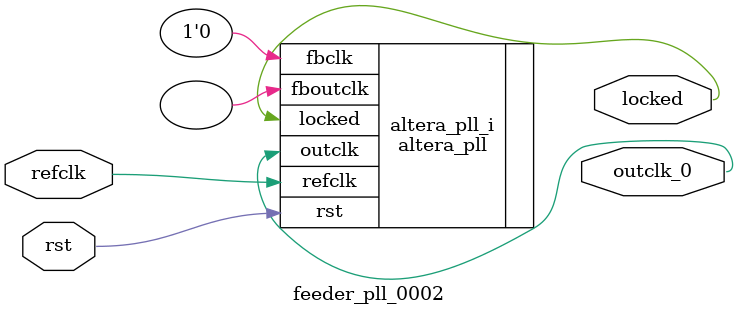
<source format=v>
`timescale 1ns/10ps
module  feeder_pll_0002(

	// interface 'refclk'
	input wire refclk,

	// interface 'reset'
	input wire rst,

	// interface 'outclk0'
	output wire outclk_0,

	// interface 'locked'
	output wire locked
);

	altera_pll #(
		.fractional_vco_multiplier("false"),
		.reference_clock_frequency("50.0 MHz"),
		.operation_mode("normal"),
		.number_of_clocks(1),
		.output_clock_frequency0("150.000000 MHz"),
		.phase_shift0("0 ps"),
		.duty_cycle0(50),
		.output_clock_frequency1("0 MHz"),
		.phase_shift1("0 ps"),
		.duty_cycle1(50),
		.output_clock_frequency2("0 MHz"),
		.phase_shift2("0 ps"),
		.duty_cycle2(50),
		.output_clock_frequency3("0 MHz"),
		.phase_shift3("0 ps"),
		.duty_cycle3(50),
		.output_clock_frequency4("0 MHz"),
		.phase_shift4("0 ps"),
		.duty_cycle4(50),
		.output_clock_frequency5("0 MHz"),
		.phase_shift5("0 ps"),
		.duty_cycle5(50),
		.output_clock_frequency6("0 MHz"),
		.phase_shift6("0 ps"),
		.duty_cycle6(50),
		.output_clock_frequency7("0 MHz"),
		.phase_shift7("0 ps"),
		.duty_cycle7(50),
		.output_clock_frequency8("0 MHz"),
		.phase_shift8("0 ps"),
		.duty_cycle8(50),
		.output_clock_frequency9("0 MHz"),
		.phase_shift9("0 ps"),
		.duty_cycle9(50),
		.output_clock_frequency10("0 MHz"),
		.phase_shift10("0 ps"),
		.duty_cycle10(50),
		.output_clock_frequency11("0 MHz"),
		.phase_shift11("0 ps"),
		.duty_cycle11(50),
		.output_clock_frequency12("0 MHz"),
		.phase_shift12("0 ps"),
		.duty_cycle12(50),
		.output_clock_frequency13("0 MHz"),
		.phase_shift13("0 ps"),
		.duty_cycle13(50),
		.output_clock_frequency14("0 MHz"),
		.phase_shift14("0 ps"),
		.duty_cycle14(50),
		.output_clock_frequency15("0 MHz"),
		.phase_shift15("0 ps"),
		.duty_cycle15(50),
		.output_clock_frequency16("0 MHz"),
		.phase_shift16("0 ps"),
		.duty_cycle16(50),
		.output_clock_frequency17("0 MHz"),
		.phase_shift17("0 ps"),
		.duty_cycle17(50),
		.pll_type("General"),
		.pll_subtype("General")
	) altera_pll_i (
		.rst	(rst),
		.outclk	({outclk_0}),
		.locked	(locked),
		.fboutclk	( ),
		.fbclk	(1'b0),
		.refclk	(refclk)
	);
endmodule


</source>
